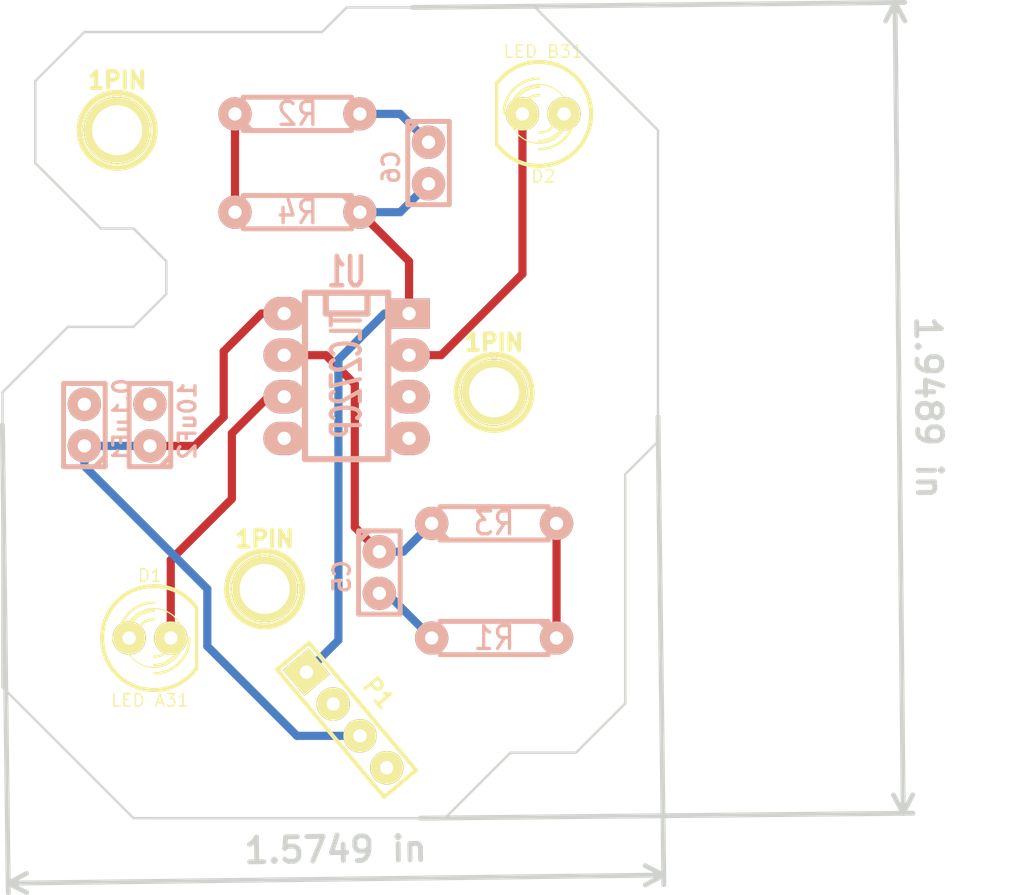
<source format=kicad_pcb>
(kicad_pcb (version 3) (host pcbnew "(2013-07-07 BZR 4022)-stable")

  (general
    (links 24)
    (no_connects 10)
    (area 18.924999 20.424999 59.075001 70.075001)
    (thickness 1.6)
    (drawings 31)
    (tracks 39)
    (zones 0)
    (modules 15)
    (nets 9)
  )

  (page USLetter)
  (layers
    (15 F.Cu signal)
    (0 B.Cu signal)
    (16 B.Adhes user)
    (17 F.Adhes user)
    (18 B.Paste user)
    (19 F.Paste user)
    (20 B.SilkS user)
    (21 F.SilkS user)
    (22 B.Mask user)
    (23 F.Mask user)
    (24 Dwgs.User user)
    (25 Cmts.User user)
    (26 Eco1.User user)
    (27 Eco2.User user)
    (28 Edge.Cuts user)
  )

  (setup
    (last_trace_width 0.5)
    (trace_clearance 0.254)
    (zone_clearance 0.508)
    (zone_45_only no)
    (trace_min 0.254)
    (segment_width 0.2)
    (edge_width 0.15)
    (via_size 0.889)
    (via_drill 0.635)
    (via_min_size 0.889)
    (via_min_drill 0.508)
    (uvia_size 0.508)
    (uvia_drill 0.127)
    (uvias_allowed no)
    (uvia_min_size 0.508)
    (uvia_min_drill 0.127)
    (pcb_text_width 0.3)
    (pcb_text_size 1.5 1.5)
    (mod_edge_width 0.15)
    (mod_text_size 1.5 1.5)
    (mod_text_width 0.15)
    (pad_size 1.8288 2.54)
    (pad_drill 0.8128)
    (pad_to_mask_clearance 0.4064)
    (solder_mask_min_width 0.4064)
    (aux_axis_origin 0 0)
    (visible_elements 7FFFFFFF)
    (pcbplotparams
      (layerselection 271613953)
      (usegerberextensions true)
      (excludeedgelayer true)
      (linewidth 0.100000)
      (plotframeref false)
      (viasonmask false)
      (mode 1)
      (useauxorigin false)
      (hpglpennumber 1)
      (hpglpenspeed 20)
      (hpglpendiameter 15)
      (hpglpenoverlay 2)
      (psnegative false)
      (psa4output false)
      (plotreference true)
      (plotvalue true)
      (plotothertext true)
      (plotinvisibletext false)
      (padsonsilk false)
      (subtractmaskfromsilk false)
      (outputformat 1)
      (mirror false)
      (drillshape 0)
      (scaleselection 1)
      (outputdirectory ../../Users/Administrator/Desktop/replaca/))
  )

  (net 0 "")
  (net 1 +5V)
  (net 2 /2)
  (net 3 /6)
  (net 4 /A1)
  (net 5 /A2)
  (net 6 GND)
  (net 7 N-000004)
  (net 8 N-000005)

  (net_class Default "This is the default net class."
    (clearance 0.254)
    (trace_width 0.5)
    (via_dia 0.889)
    (via_drill 0.635)
    (uvia_dia 0.508)
    (uvia_drill 0.127)
    (add_net "")
    (add_net +5V)
    (add_net /2)
    (add_net /6)
    (add_net /A1)
    (add_net /A2)
    (add_net GND)
    (add_net N-000004)
    (add_net N-000005)
  )

  (module C1 (layer B.Cu) (tedit 52F39CB1) (tstamp 52CD81AE)
    (at 24 46 90)
    (descr "Condensateur e = 1 pas")
    (tags C)
    (path /52CC7B60)
    (fp_text reference 0.1uF1 (at 0.254 2.286 90) (layer B.SilkS)
      (effects (font (size 1.016 1.016) (thickness 0.2032)) (justify mirror))
    )
    (fp_text value C1 (at 0 2.286 90) (layer B.SilkS) hide
      (effects (font (size 1.016 1.016) (thickness 0.2032)) (justify mirror))
    )
    (fp_line (start -2.4892 1.27) (end 2.54 1.27) (layer B.SilkS) (width 0.3048))
    (fp_line (start 2.54 1.27) (end 2.54 -1.27) (layer B.SilkS) (width 0.3048))
    (fp_line (start 2.54 -1.27) (end -2.54 -1.27) (layer B.SilkS) (width 0.3048))
    (fp_line (start -2.54 -1.27) (end -2.54 1.27) (layer B.SilkS) (width 0.3048))
    (fp_line (start -2.54 0.635) (end -1.905 1.27) (layer B.SilkS) (width 0.3048))
    (pad 1 thru_hole circle (at -1.27 0 90) (size 2.032 2.032) (drill 0.8128)
      (layers *.Cu *.Mask B.SilkS)
      (net 1 +5V)
      (solder_mask_margin 0.4064)
      (solder_paste_margin -0.4064)
    )
    (pad 2 thru_hole circle (at 1.27 0 90) (size 2.032 2.032) (drill 0.8128)
      (layers *.Cu *.Mask B.SilkS)
      (net 6 GND)
      (solder_mask_margin 0.4064)
      (solder_paste_margin -0.4064)
      (clearance 0.4064)
      (thermal_width 0.508)
      (thermal_gap 0.508)
    )
    (model discret/capa_1_pas.wrl
      (at (xyz 0 0 0))
      (scale (xyz 1 1 1))
      (rotate (xyz 0 0 0))
    )
  )

  (module C1 (layer B.Cu) (tedit 52F39CC1) (tstamp 52CD81A2)
    (at 28 46 90)
    (descr "Condensateur e = 1 pas")
    (tags C)
    (path /52CC7B81)
    (fp_text reference 10uF2 (at 0.254 2.286 90) (layer B.SilkS)
      (effects (font (size 1.016 1.016) (thickness 0.2032)) (justify mirror))
    )
    (fp_text value CP1 (at 0 2.286 90) (layer B.SilkS) hide
      (effects (font (size 1.016 1.016) (thickness 0.2032)) (justify mirror))
    )
    (fp_line (start -2.4892 1.27) (end 2.54 1.27) (layer B.SilkS) (width 0.3048))
    (fp_line (start 2.54 1.27) (end 2.54 -1.27) (layer B.SilkS) (width 0.3048))
    (fp_line (start 2.54 -1.27) (end -2.54 -1.27) (layer B.SilkS) (width 0.3048))
    (fp_line (start -2.54 -1.27) (end -2.54 1.27) (layer B.SilkS) (width 0.3048))
    (fp_line (start -2.54 0.635) (end -1.905 1.27) (layer B.SilkS) (width 0.3048))
    (pad 1 thru_hole circle (at -1.27 0 90) (size 2.032 2.032) (drill 0.8128)
      (layers *.Cu *.Mask B.SilkS)
      (net 1 +5V)
      (solder_mask_margin 0.4064)
      (solder_paste_margin -0.4064)
    )
    (pad 2 thru_hole circle (at 1.27 0 90) (size 2.032 2.032) (drill 0.8128)
      (layers *.Cu *.Mask B.SilkS)
      (net 6 GND)
      (solder_mask_margin 0.4064)
      (solder_paste_margin -0.4064)
    )
    (model discret/capa_1_pas.wrl
      (at (xyz 0 0 0))
      (scale (xyz 1 1 1))
      (rotate (xyz 0 0 0))
    )
  )

  (module R3-LARGE_PADS (layer B.Cu) (tedit 52F39CD6) (tstamp 52CD5353)
    (at 37 27)
    (descr "Resitance 3 pas")
    (tags R)
    (path /52CC7C6E)
    (autoplace_cost180 10)
    (fp_text reference R2 (at 0 0) (layer B.SilkS)
      (effects (font (size 1.397 1.27) (thickness 0.2032)) (justify mirror))
    )
    (fp_text value R (at 0 0) (layer B.SilkS) hide
      (effects (font (size 1.397 1.27) (thickness 0.2032)) (justify mirror))
    )
    (fp_line (start -3.81 0) (end -3.302 0) (layer B.SilkS) (width 0.3048))
    (fp_line (start 3.81 0) (end 3.302 0) (layer B.SilkS) (width 0.3048))
    (fp_line (start 3.302 0) (end 3.302 1.016) (layer B.SilkS) (width 0.3048))
    (fp_line (start 3.302 1.016) (end -3.302 1.016) (layer B.SilkS) (width 0.3048))
    (fp_line (start -3.302 1.016) (end -3.302 -1.016) (layer B.SilkS) (width 0.3048))
    (fp_line (start -3.302 -1.016) (end 3.302 -1.016) (layer B.SilkS) (width 0.3048))
    (fp_line (start 3.302 -1.016) (end 3.302 0) (layer B.SilkS) (width 0.3048))
    (fp_line (start -3.302 0.508) (end -2.794 1.016) (layer B.SilkS) (width 0.3048))
    (pad 1 thru_hole circle (at -3.81 0) (size 2.032 2.032) (drill 0.8128)
      (layers *.Cu *.Mask B.SilkS)
      (net 7 N-000004)
      (solder_mask_margin 0.4064)
      (solder_paste_margin -0.4064)
    )
    (pad 2 thru_hole circle (at 3.81 0) (size 2.032 2.032) (drill 0.8128)
      (layers *.Cu *.Mask B.SilkS)
      (net 2 /2)
      (solder_mask_margin 0.4064)
      (solder_paste_margin -0.4064)
    )
    (model discret/resistor.wrl
      (at (xyz 0 0 0))
      (scale (xyz 0.3 0.3 0.3))
      (rotate (xyz 0 0 0))
    )
  )

  (module R3-LARGE_PADS (layer B.Cu) (tedit 52CD5F94) (tstamp 52CD802A)
    (at 49 59 180)
    (descr "Resitance 3 pas")
    (tags R)
    (path /52CC7CE5)
    (autoplace_cost180 10)
    (fp_text reference R1 (at 0 0 180) (layer B.SilkS)
      (effects (font (size 1.397 1.27) (thickness 0.2032)) (justify mirror))
    )
    (fp_text value R (at 0 0 180) (layer B.SilkS) hide
      (effects (font (size 1.397 1.27) (thickness 0.2032)) (justify mirror))
    )
    (fp_line (start -3.81 0) (end -3.302 0) (layer B.SilkS) (width 0.3048))
    (fp_line (start 3.81 0) (end 3.302 0) (layer B.SilkS) (width 0.3048))
    (fp_line (start 3.302 0) (end 3.302 1.016) (layer B.SilkS) (width 0.3048))
    (fp_line (start 3.302 1.016) (end -3.302 1.016) (layer B.SilkS) (width 0.3048))
    (fp_line (start -3.302 1.016) (end -3.302 -1.016) (layer B.SilkS) (width 0.3048))
    (fp_line (start -3.302 -1.016) (end 3.302 -1.016) (layer B.SilkS) (width 0.3048))
    (fp_line (start 3.302 -1.016) (end 3.302 0) (layer B.SilkS) (width 0.3048))
    (fp_line (start -3.302 0.508) (end -2.794 1.016) (layer B.SilkS) (width 0.3048))
    (pad 1 thru_hole circle (at -3.81 0 180) (size 2.032 2.032) (drill 0.8128)
      (layers *.Cu *.Mask B.SilkS)
      (net 8 N-000005)
      (solder_mask_margin 0.4064)
      (solder_paste_margin -0.4064)
    )
    (pad 2 thru_hole circle (at 3.81 0 180) (size 2.032 2.032) (drill 0.8128)
      (layers *.Cu *.Mask B.SilkS)
      (net 3 /6)
      (solder_mask_margin 0.4064)
      (solder_paste_margin -0.4064)
    )
    (model discret/resistor.wrl
      (at (xyz 0 0 0))
      (scale (xyz 0.3 0.3 0.3))
      (rotate (xyz 0 0 0))
    )
  )

  (module R3-LARGE_PADS (layer B.Cu) (tedit 52CD5D0D) (tstamp 52CD8039)
    (at 49 52)
    (descr "Resitance 3 pas")
    (tags R)
    (path /52CC863A)
    (autoplace_cost180 10)
    (fp_text reference R3 (at 0 0) (layer B.SilkS)
      (effects (font (size 1.397 1.27) (thickness 0.2032)) (justify mirror))
    )
    (fp_text value R (at 0 0) (layer B.SilkS) hide
      (effects (font (size 1.397 1.27) (thickness 0.2032)) (justify mirror))
    )
    (fp_line (start -3.81 0) (end -3.302 0) (layer B.SilkS) (width 0.3048))
    (fp_line (start 3.81 0) (end 3.302 0) (layer B.SilkS) (width 0.3048))
    (fp_line (start 3.302 0) (end 3.302 1.016) (layer B.SilkS) (width 0.3048))
    (fp_line (start 3.302 1.016) (end -3.302 1.016) (layer B.SilkS) (width 0.3048))
    (fp_line (start -3.302 1.016) (end -3.302 -1.016) (layer B.SilkS) (width 0.3048))
    (fp_line (start -3.302 -1.016) (end 3.302 -1.016) (layer B.SilkS) (width 0.3048))
    (fp_line (start 3.302 -1.016) (end 3.302 0) (layer B.SilkS) (width 0.3048))
    (fp_line (start -3.302 0.508) (end -2.794 1.016) (layer B.SilkS) (width 0.3048))
    (pad 1 thru_hole circle (at -3.81 0) (size 2.032 2.032) (drill 0.8128)
      (layers *.Cu *.Mask B.SilkS)
      (net 5 /A2)
      (solder_mask_margin 0.4064)
      (solder_paste_margin -0.4064)
    )
    (pad 2 thru_hole circle (at 3.81 0) (size 2.032 2.032) (drill 0.8128)
      (layers *.Cu *.Mask B.SilkS)
      (net 8 N-000005)
      (solder_mask_margin 0.4064)
      (solder_paste_margin -0.4064)
    )
    (model discret/resistor.wrl
      (at (xyz 0 0 0))
      (scale (xyz 0.3 0.3 0.3))
      (rotate (xyz 0 0 0))
    )
  )

  (module R3-LARGE_PADS (layer B.Cu) (tedit 52E273CB) (tstamp 52CD537D)
    (at 37 33 180)
    (descr "Resitance 3 pas")
    (tags R)
    (path /52CC8665)
    (autoplace_cost180 10)
    (fp_text reference R4 (at 0 0 180) (layer B.SilkS)
      (effects (font (size 1.397 1.27) (thickness 0.2032)) (justify mirror))
    )
    (fp_text value R (at 0 0 180) (layer B.SilkS) hide
      (effects (font (size 1.397 1.27) (thickness 0.2032)) (justify mirror))
    )
    (fp_line (start -3.81 0) (end -3.302 0) (layer B.SilkS) (width 0.3048))
    (fp_line (start 3.81 0) (end 3.302 0) (layer B.SilkS) (width 0.3048))
    (fp_line (start 3.302 0) (end 3.302 1.016) (layer B.SilkS) (width 0.3048))
    (fp_line (start 3.302 1.016) (end -3.302 1.016) (layer B.SilkS) (width 0.3048))
    (fp_line (start -3.302 1.016) (end -3.302 -1.016) (layer B.SilkS) (width 0.3048))
    (fp_line (start -3.302 -1.016) (end 3.302 -1.016) (layer B.SilkS) (width 0.3048))
    (fp_line (start 3.302 -1.016) (end 3.302 0) (layer B.SilkS) (width 0.3048))
    (fp_line (start -3.302 0.508) (end -2.794 1.016) (layer B.SilkS) (width 0.3048))
    (pad 1 thru_hole circle (at -3.81 0 180) (size 2.032 2.032) (drill 0.8128)
      (layers *.Cu *.Mask B.SilkS)
      (net 4 /A1)
      (solder_mask_margin 0.4064)
      (solder_paste_margin -0.4064)
    )
    (pad 2 thru_hole circle (at 3.81 0 180) (size 2.032 2.032) (drill 0.8128)
      (layers *.Cu *.Mask B.SilkS)
      (net 7 N-000004)
      (solder_mask_margin 0.4064)
      (solder_paste_margin -0.4064)
      (clearance 0.4064)
      (thermal_width 0.508)
      (thermal_gap 0.508)
    )
    (model discret/resistor.wrl
      (at (xyz 0 0 0))
      (scale (xyz 0.3 0.3 0.3))
      (rotate (xyz 0 0 0))
    )
  )

  (module PIN_ARRAY_4x1 (layer F.Cu) (tedit 52F39CEB) (tstamp 52E049DC)
    (at 40 64 310)
    (descr "Double rangee de contacts 2 x 5 pins")
    (tags CONN)
    (path /52CC818D)
    (fp_text reference P1 (at 0 -2.54 310) (layer F.SilkS)
      (effects (font (size 1.016 1.016) (thickness 0.2032)))
    )
    (fp_text value CONN_4 (at 0 2.54 310) (layer F.SilkS) hide
      (effects (font (size 1.016 1.016) (thickness 0.2032)))
    )
    (fp_line (start 5.08 1.27) (end -5.08 1.27) (layer F.SilkS) (width 0.254))
    (fp_line (start 5.08 -1.27) (end -5.08 -1.27) (layer F.SilkS) (width 0.254))
    (fp_line (start -5.08 -1.27) (end -5.08 1.27) (layer F.SilkS) (width 0.254))
    (fp_line (start 5.08 1.27) (end 5.08 -1.27) (layer F.SilkS) (width 0.254))
    (pad 1 thru_hole rect (at -3.81 0 310) (size 2.032 2.032) (drill 0.8128)
      (layers *.Cu *.Mask F.SilkS)
      (net 4 /A1)
      (solder_mask_margin 0.4064)
      (solder_paste_margin -0.4064)
      (clearance 0.4064)
      (thermal_width 0.508)
      (thermal_gap 0.508)
    )
    (pad 2 thru_hole circle (at -1.269999 0 310) (size 2.032 2.032) (drill 0.8128)
      (layers *.Cu *.Mask F.SilkS)
      (net 5 /A2)
      (solder_mask_margin 0.4064)
      (solder_paste_margin -0.4064)
      (clearance 0.4064)
      (thermal_width 0.508)
      (thermal_gap 0.508)
    )
    (pad 3 thru_hole circle (at 1.269999 0 310) (size 2.032 2.032) (drill 0.8128)
      (layers *.Cu *.Mask F.SilkS)
      (net 1 +5V)
      (solder_mask_margin 0.4064)
      (solder_paste_margin -0.4064)
      (clearance 0.4064)
      (thermal_width 0.508)
      (thermal_gap 0.508)
    )
    (pad 4 thru_hole circle (at 3.81 0 310) (size 2.032 2.032) (drill 0.8128)
      (layers *.Cu *.Mask F.SilkS)
      (net 6 GND)
      (solder_mask_margin 0.4064)
      (solder_paste_margin -0.4064)
      (clearance 0.4064)
      (thermal_width 0.508)
      (thermal_gap 0.508)
    )
    (model pin_array\pins_array_4x1.wrl
      (at (xyz 0 0 0))
      (scale (xyz 1 1 1))
      (rotate (xyz 0 0 0))
    )
  )

  (module LED-5MM (layer F.Cu) (tedit 52F39C9C) (tstamp 52CD5398)
    (at 28 59)
    (descr "LED 5mm - Lead pitch 100mil (2,54mm)")
    (tags "LED led 5mm 5MM 100mil 2,54mm")
    (path /52CC7B96)
    (fp_text reference D1 (at 0 -3.81) (layer F.SilkS)
      (effects (font (size 0.762 0.762) (thickness 0.0889)))
    )
    (fp_text value "LED A31" (at 0 3.81) (layer F.SilkS)
      (effects (font (size 0.762 0.762) (thickness 0.0889)))
    )
    (fp_line (start 2.8448 1.905) (end 2.8448 -1.905) (layer F.SilkS) (width 0.2032))
    (fp_circle (center 0.254 0) (end -1.016 1.27) (layer F.SilkS) (width 0.0762))
    (fp_arc (start 0.254 0) (end 2.794 1.905) (angle 286.2) (layer F.SilkS) (width 0.254))
    (fp_arc (start 0.254 0) (end -0.889 0) (angle 90) (layer F.SilkS) (width 0.1524))
    (fp_arc (start 0.254 0) (end 1.397 0) (angle 90) (layer F.SilkS) (width 0.1524))
    (fp_arc (start 0.254 0) (end -1.397 0) (angle 90) (layer F.SilkS) (width 0.1524))
    (fp_arc (start 0.254 0) (end 1.905 0) (angle 90) (layer F.SilkS) (width 0.1524))
    (fp_arc (start 0.254 0) (end -1.905 0) (angle 90) (layer F.SilkS) (width 0.1524))
    (fp_arc (start 0.254 0) (end 2.413 0) (angle 90) (layer F.SilkS) (width 0.1524))
    (pad 1 thru_hole circle (at -1.27 0) (size 2.032 2.032) (drill 0.8128)
      (layers *.Cu *.Mask F.SilkS)
      (net 6 GND)
      (solder_mask_margin 0.4064)
      (solder_paste_margin -0.4064)
      (clearance 0.4064)
      (thermal_width 0.508)
      (thermal_gap 0.508)
    )
    (pad 2 thru_hole circle (at 1.27 0) (size 2.032 2.032) (drill 0.8128)
      (layers *.Cu *.Mask F.SilkS)
      (net 3 /6)
      (solder_mask_margin 0.4064)
      (solder_paste_margin -0.4064)
      (clearance 0.4064)
      (thermal_width 0.508)
      (thermal_gap 0.508)
    )
    (model discret/leds/led5_vertical_verde.wrl
      (at (xyz 0 0 0))
      (scale (xyz 1 1 1))
      (rotate (xyz 0 0 0))
    )
  )

  (module LED-5MM (layer F.Cu) (tedit 52E04B89) (tstamp 52CD53A7)
    (at 52 27 180)
    (descr "LED 5mm - Lead pitch 100mil (2,54mm)")
    (tags "LED led 5mm 5MM 100mil 2,54mm")
    (path /52CC7BA3)
    (fp_text reference D2 (at 0 -3.81 180) (layer F.SilkS)
      (effects (font (size 0.762 0.762) (thickness 0.0889)))
    )
    (fp_text value "LED B31" (at 0 3.81 180) (layer F.SilkS)
      (effects (font (size 0.762 0.762) (thickness 0.0889)))
    )
    (fp_line (start 2.8448 1.905) (end 2.8448 -1.905) (layer F.SilkS) (width 0.2032))
    (fp_circle (center 0.254 0) (end -1.016 1.27) (layer F.SilkS) (width 0.0762))
    (fp_arc (start 0.254 0) (end 2.794 1.905) (angle 286.2) (layer F.SilkS) (width 0.254))
    (fp_arc (start 0.254 0) (end -0.889 0) (angle 90) (layer F.SilkS) (width 0.1524))
    (fp_arc (start 0.254 0) (end 1.397 0) (angle 90) (layer F.SilkS) (width 0.1524))
    (fp_arc (start 0.254 0) (end -1.397 0) (angle 90) (layer F.SilkS) (width 0.1524))
    (fp_arc (start 0.254 0) (end 1.905 0) (angle 90) (layer F.SilkS) (width 0.1524))
    (fp_arc (start 0.254 0) (end -1.905 0) (angle 90) (layer F.SilkS) (width 0.1524))
    (fp_arc (start 0.254 0) (end 2.413 0) (angle 90) (layer F.SilkS) (width 0.1524))
    (pad 1 thru_hole circle (at -1.27 0 180) (size 2.032 2.032) (drill 0.8128)
      (layers *.Cu *.Mask F.SilkS)
      (net 6 GND)
      (solder_mask_margin 0.4064)
      (solder_paste_margin -0.4064)
      (clearance 0.4064)
      (thermal_width 0.508)
      (thermal_gap 0.508)
    )
    (pad 2 thru_hole circle (at 1.27 0 180) (size 2.032 2.032) (drill 0.8128)
      (layers *.Cu *.Mask F.SilkS)
      (net 2 /2)
      (solder_mask_margin 0.4064)
      (solder_paste_margin -0.4064)
      (clearance 0.4064)
      (thermal_width 0.508)
      (thermal_gap 0.508)
    )
    (model discret/leds/led5_vertical_verde.wrl
      (at (xyz 0 0 0))
      (scale (xyz 1 1 1))
      (rotate (xyz 0 0 0))
    )
  )

  (module DIP-8__300_ELL (layer B.Cu) (tedit 52F39D24) (tstamp 52CD53BA)
    (at 40 43 270)
    (descr "8 pins DIL package, elliptical pads")
    (tags DIL)
    (path /52CC7B30)
    (fp_text reference U1 (at -6.35 0 540) (layer B.SilkS)
      (effects (font (size 1.778 1.143) (thickness 0.3048)) (justify mirror))
    )
    (fp_text value TLC272CP (at 0 0 270) (layer B.SilkS)
      (effects (font (size 1.778 1.016) (thickness 0.3048)) (justify mirror))
    )
    (fp_line (start -5.08 1.27) (end -3.81 1.27) (layer B.SilkS) (width 0.381))
    (fp_line (start -3.81 1.27) (end -3.81 -1.27) (layer B.SilkS) (width 0.381))
    (fp_line (start -3.81 -1.27) (end -5.08 -1.27) (layer B.SilkS) (width 0.381))
    (fp_line (start -5.08 2.54) (end 5.08 2.54) (layer B.SilkS) (width 0.381))
    (fp_line (start 5.08 2.54) (end 5.08 -2.54) (layer B.SilkS) (width 0.381))
    (fp_line (start 5.08 -2.54) (end -5.08 -2.54) (layer B.SilkS) (width 0.381))
    (fp_line (start -5.08 -2.54) (end -5.08 2.54) (layer B.SilkS) (width 0.381))
    (pad 1 thru_hole rect (at -3.81 -3.81 270) (size 1.8288 2.54) (drill 0.8128)
      (layers *.Cu *.Mask B.SilkS)
      (net 4 /A1)
      (solder_mask_margin 0.4064)
      (solder_paste_margin -0.4064)
      (clearance 0.4064)
      (thermal_width 0.508)
      (thermal_gap 0.508)
    )
    (pad 2 thru_hole oval (at -1.27 -3.81 270) (size 2.032 2.54) (drill 0.8128)
      (layers *.Cu *.Mask B.SilkS)
      (net 2 /2)
      (solder_mask_margin 0.4064)
      (solder_paste_margin -0.4064)
      (clearance 0.4064)
      (thermal_width 0.508)
      (thermal_gap 0.508)
    )
    (pad 3 thru_hole oval (at 1.27 -3.81 270) (size 2.032 2.54) (drill 0.8128)
      (layers *.Cu *.Mask B.SilkS)
      (net 6 GND)
      (solder_mask_margin 0.4064)
      (solder_paste_margin -0.4064)
      (clearance 0.4064)
      (thermal_width 0.508)
      (thermal_gap 0.508)
    )
    (pad 4 thru_hole oval (at 3.81 -3.81 270) (size 2.032 2.54) (drill 0.8128)
      (layers *.Cu *.Mask B.SilkS)
      (net 6 GND)
      (solder_mask_margin 0.4064)
      (solder_paste_margin -0.4064)
      (clearance 0.4064)
      (thermal_width 0.508)
      (thermal_gap 0.508)
    )
    (pad 5 thru_hole oval (at 3.81 3.81 270) (size 2.032 2.54) (drill 0.8128)
      (layers *.Cu *.Mask B.SilkS)
      (net 6 GND)
      (solder_mask_margin 0.4064)
      (solder_paste_margin -0.4064)
      (clearance 0.4064)
      (thermal_width 0.508)
      (thermal_gap 0.508)
    )
    (pad 6 thru_hole oval (at 1.27 3.81 270) (size 2.032 2.54) (drill 0.8128)
      (layers *.Cu *.Mask B.SilkS)
      (net 3 /6)
      (solder_mask_margin 0.4064)
      (solder_paste_margin -0.4064)
      (clearance 0.4064)
      (thermal_width 0.508)
      (thermal_gap 0.508)
    )
    (pad 7 thru_hole oval (at -1.27 3.81 270) (size 2.032 2.54) (drill 0.8128)
      (layers *.Cu *.Mask B.SilkS)
      (net 5 /A2)
      (solder_mask_margin 0.4064)
      (solder_paste_margin -0.4064)
      (clearance 0.4064)
      (thermal_width 0.508)
      (thermal_gap 0.508)
    )
    (pad 8 thru_hole oval (at -3.81 3.81 270) (size 2.032 2.54) (drill 0.8128)
      (layers *.Cu *.Mask B.SilkS)
      (net 1 +5V)
      (solder_mask_margin 0.4064)
      (solder_paste_margin -0.4064)
      (clearance 0.4064)
      (thermal_width 0.508)
      (thermal_gap 0.508)
    )
    (model dil/dil_8.wrl
      (at (xyz 0 0 0))
      (scale (xyz 1 1 1))
      (rotate (xyz 0 0 0))
    )
  )

  (module C1 (layer B.Cu) (tedit 52E274DF) (tstamp 52CD53DB)
    (at 45 30 270)
    (descr "Condensateur e = 1 pas")
    (tags C)
    (path /52CC7B73)
    (fp_text reference C6 (at 0.254 2.286 270) (layer B.SilkS)
      (effects (font (size 1.016 1.016) (thickness 0.2032)) (justify mirror))
    )
    (fp_text value 0.1uF (at 0 2.286 270) (layer B.SilkS) hide
      (effects (font (size 1.016 1.016) (thickness 0.2032)) (justify mirror))
    )
    (fp_line (start -2.4892 1.27) (end 2.54 1.27) (layer B.SilkS) (width 0.3048))
    (fp_line (start 2.54 1.27) (end 2.54 -1.27) (layer B.SilkS) (width 0.3048))
    (fp_line (start 2.54 -1.27) (end -2.54 -1.27) (layer B.SilkS) (width 0.3048))
    (fp_line (start -2.54 -1.27) (end -2.54 1.27) (layer B.SilkS) (width 0.3048))
    (fp_line (start -2.54 0.635) (end -1.905 1.27) (layer B.SilkS) (width 0.3048))
    (pad 1 thru_hole circle (at -1.27 0 270) (size 2.032 2.032) (drill 0.8128)
      (layers *.Cu *.Mask B.SilkS)
      (net 2 /2)
      (solder_mask_margin 0.4064)
      (solder_paste_margin -0.4064)
    )
    (pad 2 thru_hole circle (at 1.27 0 270) (size 2.032 2.032) (drill 0.8128)
      (layers *.Cu *.Mask B.SilkS)
      (net 4 /A1)
      (solder_mask_margin 0.4064)
      (solder_paste_margin -0.4064)
      (clearance 0.4064)
      (thermal_width 0.508)
      (thermal_gap 0.508)
    )
    (model discret/capa_1_pas.wrl
      (at (xyz 0 0 0))
      (scale (xyz 1 1 1))
      (rotate (xyz 0 0 0))
    )
  )

  (module C1 (layer B.Cu) (tedit 3F92C496) (tstamp 52CD801B)
    (at 42 55 270)
    (descr "Condensateur e = 1 pas")
    (tags C)
    (path /52CC7B79)
    (fp_text reference C5 (at 0.254 2.286 270) (layer B.SilkS)
      (effects (font (size 1.016 1.016) (thickness 0.2032)) (justify mirror))
    )
    (fp_text value 0.1uF (at 0 2.286 270) (layer B.SilkS) hide
      (effects (font (size 1.016 1.016) (thickness 0.2032)) (justify mirror))
    )
    (fp_line (start -2.4892 1.27) (end 2.54 1.27) (layer B.SilkS) (width 0.3048))
    (fp_line (start 2.54 1.27) (end 2.54 -1.27) (layer B.SilkS) (width 0.3048))
    (fp_line (start 2.54 -1.27) (end -2.54 -1.27) (layer B.SilkS) (width 0.3048))
    (fp_line (start -2.54 -1.27) (end -2.54 1.27) (layer B.SilkS) (width 0.3048))
    (fp_line (start -2.54 0.635) (end -1.905 1.27) (layer B.SilkS) (width 0.3048))
    (pad 1 thru_hole circle (at -1.27 0 270) (size 2.032 2.032) (drill 0.8128)
      (layers *.Cu *.Mask B.SilkS)
      (net 5 /A2)
      (solder_mask_margin 0.4064)
      (solder_paste_margin -0.4064)
    )
    (pad 2 thru_hole circle (at 1.27 0 270) (size 2.032 2.032) (drill 0.8128)
      (layers *.Cu *.Mask B.SilkS)
      (net 3 /6)
      (solder_mask_margin 0.4064)
      (solder_paste_margin -0.4064)
    )
    (model discret/capa_1_pas.wrl
      (at (xyz 0 0 0))
      (scale (xyz 1 1 1))
      (rotate (xyz 0 0 0))
    )
  )

  (module 1pin (layer F.Cu) (tedit 200000) (tstamp 52CF14D1)
    (at 26 28)
    (descr "module 1 pin (ou trou mecanique de percage)")
    (tags DEV)
    (path 1pin)
    (fp_text reference 1PIN (at 0 -3.048) (layer F.SilkS)
      (effects (font (size 1.016 1.016) (thickness 0.254)))
    )
    (fp_text value P*** (at 0 2.794) (layer F.SilkS) hide
      (effects (font (size 1.016 1.016) (thickness 0.254)))
    )
    (fp_circle (center 0 0) (end 0 -2.286) (layer F.SilkS) (width 0.381))
    (pad 1 thru_hole circle (at 0 0) (size 4.064 4.064) (drill 3.048)
      (layers *.Cu *.Mask F.SilkS)
    )
  )

  (module 1pin (layer F.Cu) (tedit 200000) (tstamp 52CF14ED)
    (at 35 56)
    (descr "module 1 pin (ou trou mecanique de percage)")
    (tags DEV)
    (path 1pin)
    (fp_text reference 1PIN (at 0 -3.048) (layer F.SilkS)
      (effects (font (size 1.016 1.016) (thickness 0.254)))
    )
    (fp_text value P*** (at 0 2.794) (layer F.SilkS) hide
      (effects (font (size 1.016 1.016) (thickness 0.254)))
    )
    (fp_circle (center 0 0) (end 0 -2.286) (layer F.SilkS) (width 0.381))
    (pad 1 thru_hole circle (at 0 0) (size 4.064 4.064) (drill 3.048)
      (layers *.Cu *.Mask F.SilkS)
    )
  )

  (module 1pin (layer F.Cu) (tedit 200000) (tstamp 52CF152F)
    (at 49 44)
    (descr "module 1 pin (ou trou mecanique de percage)")
    (tags DEV)
    (path 1pin)
    (fp_text reference 1PIN (at 0 -3.048) (layer F.SilkS)
      (effects (font (size 1.016 1.016) (thickness 0.254)))
    )
    (fp_text value P*** (at 0 2.794) (layer F.SilkS) hide
      (effects (font (size 1.016 1.016) (thickness 0.254)))
    )
    (fp_circle (center 0 0) (end 0 -2.286) (layer F.SilkS) (width 0.381))
    (pad 1 thru_hole circle (at 0 0) (size 4.064 4.064) (drill 3.048)
      (layers *.Cu *.Mask F.SilkS)
    )
  )

  (dimension 40.003125 (width 0.3) (layer Edge.Cuts)
    (gr_text 40,003mm (at 39.366507 75.070522 0.7161599455) (layer Edge.Cuts)
      (effects (font (size 1.5 1.5) (thickness 0.3)))
    )
    (feature1 (pts (xy 59 45.5) (xy 59.383381 76.170417)))
    (feature2 (pts (xy 19 46) (xy 19.383381 76.670417)))
    (crossbar (pts (xy 19.349634 73.970628) (xy 59.349634 73.470628)))
    (arrow1a (pts (xy 59.349634 73.470628) (xy 58.230548 74.071083)))
    (arrow1b (pts (xy 59.349634 73.470628) (xy 58.215889 72.898334)))
    (arrow2a (pts (xy 19.349634 73.970628) (xy 20.483379 74.542922)))
    (arrow2b (pts (xy 19.349634 73.970628) (xy 20.46872 73.370173)))
  )
  (dimension 49.502525 (width 0.3) (layer Edge.Cuts)
    (gr_text 49,503mm (at 75.066621 44.938721 270.5787256) (layer Edge.Cuts)
      (effects (font (size 1.5 1.5) (thickness 0.3)))
    )
    (feature1 (pts (xy 44 20.5) (xy 76.166552 20.175086)))
    (feature2 (pts (xy 44.5 70) (xy 76.666552 69.675086)))
    (crossbar (pts (xy 73.96669 69.702357) (xy 73.46669 20.202357)))
    (arrow1a (pts (xy 73.46669 20.202357) (xy 74.064459 21.32288)))
    (arrow1b (pts (xy 73.46669 20.202357) (xy 72.891678 21.334726)))
    (arrow2a (pts (xy 73.96669 69.702357) (xy 74.541702 68.569988)))
    (arrow2b (pts (xy 73.96669 69.702357) (xy 73.368921 68.581834)))
  )
  (gr_line (start 59 28) (end 51.5 20.5) (angle 90) (layer Edge.Cuts) (width 0.15))
  (gr_line (start 40 20.5) (end 51.5 20.5) (angle 90) (layer Edge.Cuts) (width 0.15))
  (gr_line (start 38.5 22) (end 40 20.5) (angle 90) (layer Edge.Cuts) (width 0.15))
  (gr_line (start 37.5 22) (end 38.5 22) (angle 90) (layer Edge.Cuts) (width 0.15))
  (gr_line (start 29 22) (end 37.5 22) (angle 90) (layer Edge.Cuts) (width 0.15))
  (gr_line (start 27 70) (end 28 70) (angle 90) (layer Edge.Cuts) (width 0.15))
  (gr_line (start 19 62) (end 27 70) (angle 90) (layer Edge.Cuts) (width 0.15))
  (gr_line (start 19 61) (end 19 62) (angle 90) (layer Edge.Cuts) (width 0.15))
  (gr_line (start 28 70) (end 40 70) (angle 90) (layer Edge.Cuts) (width 0.15))
  (gr_line (start 59 47) (end 59 28) (angle 90) (layer Edge.Cuts) (width 0.15))
  (gr_line (start 29 36) (end 29 38) (angle 90) (layer Edge.Cuts) (width 0.15))
  (gr_line (start 27 40) (end 29 38) (angle 90) (layer Edge.Cuts) (width 0.15))
  (gr_line (start 23 40) (end 27 40) (angle 90) (layer Edge.Cuts) (width 0.15))
  (gr_line (start 19 44) (end 23 40) (angle 90) (layer Edge.Cuts) (width 0.15))
  (gr_line (start 19 46) (end 19 44) (angle 90) (layer Edge.Cuts) (width 0.15))
  (gr_line (start 24 22) (end 29 22) (angle 90) (layer Edge.Cuts) (width 0.15))
  (gr_line (start 50 66) (end 48 68) (angle 90) (layer Edge.Cuts) (width 0.15))
  (gr_line (start 54 66) (end 50 66) (angle 90) (layer Edge.Cuts) (width 0.15))
  (gr_line (start 57 63) (end 54 66) (angle 90) (layer Edge.Cuts) (width 0.15))
  (gr_line (start 57 49) (end 57 63) (angle 90) (layer Edge.Cuts) (width 0.15))
  (gr_line (start 59 47) (end 57 49) (angle 90) (layer Edge.Cuts) (width 0.15))
  (gr_line (start 19 61) (end 19 46) (angle 90) (layer Edge.Cuts) (width 0.15))
  (gr_line (start 46 70) (end 40 70) (angle 90) (layer Edge.Cuts) (width 0.15))
  (gr_line (start 48 68) (end 46 70) (angle 90) (layer Edge.Cuts) (width 0.15))
  (gr_line (start 21 25) (end 24 22) (angle 90) (layer Edge.Cuts) (width 0.15))
  (gr_line (start 21 30) (end 21 25) (angle 90) (layer Edge.Cuts) (width 0.15))
  (gr_line (start 25 34) (end 21 30) (angle 90) (layer Edge.Cuts) (width 0.15))
  (gr_line (start 27 34) (end 25 34) (angle 90) (layer Edge.Cuts) (width 0.15))
  (gr_line (start 29 36) (end 27 34) (angle 90) (layer Edge.Cuts) (width 0.15))

  (segment (start 40.81634 64.972876) (end 36.972876 64.972876) (width 0.5) (layer B.Cu) (net 1) (status 400000))
  (segment (start 24 48.5) (end 24 47.27) (width 0.5) (layer B.Cu) (net 1) (tstamp 530E3CD8) (status 800000))
  (segment (start 31.5 56) (end 24 48.5) (width 0.5) (layer B.Cu) (net 1) (tstamp 530E3CD4))
  (segment (start 31.5 59.5) (end 31.5 56) (width 0.5) (layer B.Cu) (net 1) (tstamp 530E3CD0))
  (segment (start 36.972876 64.972876) (end 31.5 59.5) (width 0.5) (layer B.Cu) (net 1) (tstamp 530E3CCF))
  (segment (start 36.19 39.19) (end 34.81 39.19) (width 0.5) (layer F.Cu) (net 1) (status 400000))
  (segment (start 30.73 47.27) (end 28 47.27) (width 0.5) (layer F.Cu) (net 1) (tstamp 530E3C73) (status 800000))
  (segment (start 32.5 45.5) (end 30.73 47.27) (width 0.5) (layer F.Cu) (net 1) (tstamp 530E3C71))
  (segment (start 32.5 41.5) (end 32.5 45.5) (width 0.5) (layer F.Cu) (net 1) (tstamp 530E3C6E))
  (segment (start 34.81 39.19) (end 32.5 41.5) (width 0.5) (layer F.Cu) (net 1) (tstamp 530E3C67))
  (segment (start 28 47.27) (end 24 47.27) (width 0.5) (layer B.Cu) (net 1) (status C00000))
  (segment (start 40.81 27) (end 43.27 27) (width 0.5) (layer B.Cu) (net 2) (status 400000))
  (segment (start 43.27 27) (end 45 28.73) (width 0.5) (layer B.Cu) (net 2) (tstamp 530E3C2F) (status 800000))
  (segment (start 43.81 41.73) (end 45.77 41.73) (width 0.5) (layer F.Cu) (net 2) (status 400000))
  (segment (start 50.73 36.77) (end 50.73 27) (width 0.5) (layer F.Cu) (net 2) (tstamp 530E3C07) (status 800000))
  (segment (start 45.77 41.73) (end 50.73 36.77) (width 0.5) (layer F.Cu) (net 2) (tstamp 530E3C04))
  (segment (start 36.19 44.27) (end 35.23 44.27) (width 0.5) (layer F.Cu) (net 3) (status C00000))
  (segment (start 29.27 54.23) (end 29.27 59) (width 0.5) (layer F.Cu) (net 3) (tstamp 530E3CAF) (status 800000))
  (segment (start 33 50.5) (end 29.27 54.23) (width 0.5) (layer F.Cu) (net 3) (tstamp 530E3CAD))
  (segment (start 33 46.5) (end 33 50.5) (width 0.5) (layer F.Cu) (net 3) (tstamp 530E3CA9))
  (segment (start 35.23 44.27) (end 33 46.5) (width 0.5) (layer F.Cu) (net 3) (tstamp 530E3CA6) (status 400000))
  (segment (start 42 56.27) (end 42.46 56.27) (width 0.5) (layer B.Cu) (net 3) (status C00000))
  (segment (start 42.46 56.27) (end 45.19 59) (width 0.5) (layer B.Cu) (net 3) (tstamp 530E3C8B) (status C00000))
  (segment (start 43.81 39.19) (end 42.31 39.19) (width 0.5) (layer B.Cu) (net 4) (status 400000))
  (segment (start 39.5 59.13235) (end 37.550979 61.081371) (width 0.5) (layer B.Cu) (net 4) (tstamp 530E3CFA) (status 800000))
  (segment (start 39.5 42) (end 39.5 59.13235) (width 0.5) (layer B.Cu) (net 4) (tstamp 530E3CF3))
  (segment (start 42.31 39.19) (end 39.5 42) (width 0.5) (layer B.Cu) (net 4) (tstamp 530E3CEF))
  (segment (start 40.81 33) (end 43.27 33) (width 0.5) (layer B.Cu) (net 4) (status 400000))
  (segment (start 43.27 33) (end 45 31.27) (width 0.5) (layer B.Cu) (net 4) (tstamp 530E3C1E) (status 800000))
  (segment (start 43.81 39.19) (end 43.81 36) (width 0.5) (layer F.Cu) (net 4) (status 400000))
  (segment (start 43.81 36) (end 40.81 33) (width 0.5) (layer F.Cu) (net 4) (tstamp 530E3C0C) (status 800000))
  (segment (start 36.19 41.73) (end 38.73 41.73) (width 0.5) (layer F.Cu) (net 5) (status 400000))
  (segment (start 40.5 52.23) (end 42 53.73) (width 0.5) (layer F.Cu) (net 5) (tstamp 530E3CC1) (status 800000))
  (segment (start 40.5 43.5) (end 40.5 52.23) (width 0.5) (layer F.Cu) (net 5) (tstamp 530E3CBF))
  (segment (start 38.73 41.73) (end 40.5 43.5) (width 0.5) (layer F.Cu) (net 5) (tstamp 530E3CB9))
  (segment (start 42 53.73) (end 43.46 53.73) (width 0.5) (layer B.Cu) (net 5) (status 400000))
  (segment (start 43.46 53.73) (end 45.19 52) (width 0.5) (layer B.Cu) (net 5) (tstamp 530E3C88) (status 800000))
  (segment (start 33.19 27) (end 33.19 33) (width 0.5) (layer F.Cu) (net 7) (status C00000))
  (segment (start 52.81 52) (end 52.81 59) (width 0.5) (layer F.Cu) (net 8) (status C00000))

  (zone (net 6) (net_name GND) (layer F.Cu) (tstamp 52F242B9) (hatch edge 0.508)
    (connect_pads (clearance 0.508))
    (min_thickness 0.254)
    (fill (arc_segments 16) (thermal_gap 0.508) (thermal_bridge_width 0.508))
    (polygon
      (pts
        (xy 21 30) (xy 21 25) (xy 24 22) (xy 38.5 22) (xy 40 20.5)
        (xy 51.5 20.5) (xy 59 28) (xy 59 47) (xy 57 49) (xy 57 63)
        (xy 54 66) (xy 50 66) (xy 46 70) (xy 27 70) (xy 19 62)
        (xy 19 44) (xy 23 40) (xy 27 40) (xy 29 38) (xy 29 36)
        (xy 27 34) (xy 25 34) (xy 21 30)
      )
    )
  )
)

</source>
